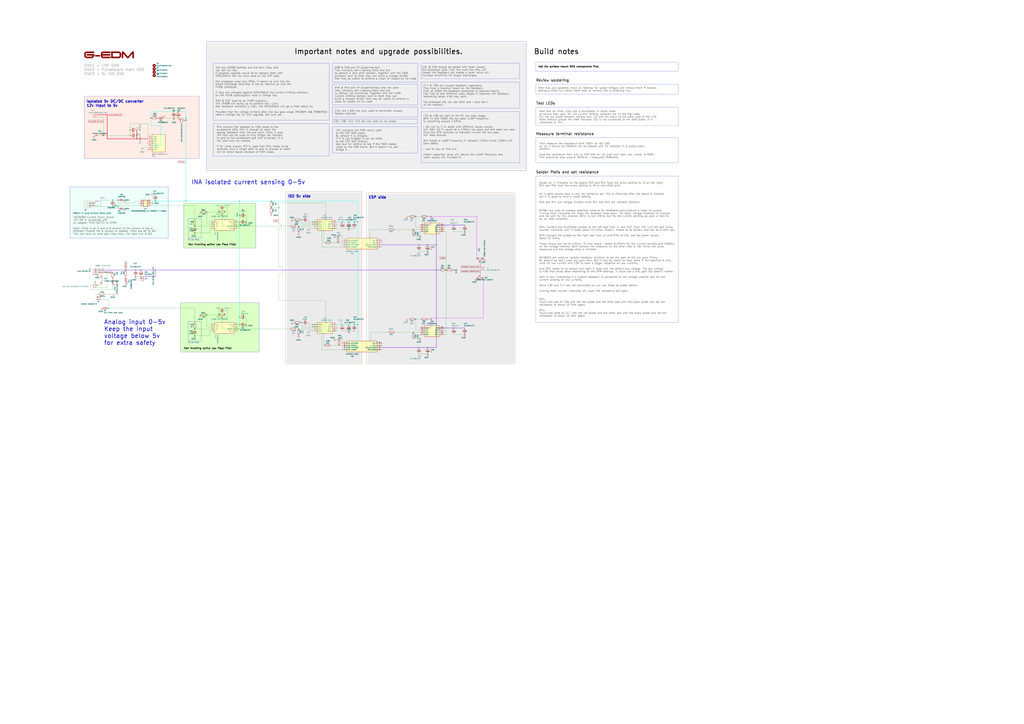
<source format=kicad_sch>
(kicad_sch (version 20230121) (generator eeschema)
  (paper "A0")
  (junction (at 278.13 257.81))
  (junction (at 518.16 313.69))
  (junction (at 201.93 137.16))
  (junction (at 350.52 374.65))
  (junction (at 500.38 251.46))
  (junction (at 500.38 370.84))
  (junction (at 350.52 255.27))
  (junction (at 278.13 377.19))
  (junction (at 482.6 370.84))
  (junction (at 207.01 129.54))
  (junction (at 346.71 262.89))
  (junction (at 480.06 266.7))
  (junction (at 254 246.38))
  (junction (at 405.13 257.81))
  (junction (at 151.13 157.48))
  (junction (at 157.48 321.31))
  (junction (at 539.75 388.62))
  (junction (at 226.06 389.89))
  (junction (at 163.83 321.31))
  (junction (at 487.68 274.32))
  (junction (at 392.43 274.32))
  (junction (at 180.34 233.68))
  (junction (at 346.71 382.27))
  (junction (at 393.7 393.7))
  (junction (at 113.03 331.47))
  (junction (at 397.51 377.19))
  (junction (at 124.46 316.23))
  (junction (at 158.75 157.48))
  (junction (at 201.93 129.54))
  (junction (at 276.86 262.89))
  (junction (at 125.73 358.14))
  (junction (at 415.29 377.19))
  (junction (at 496.57 403.86))
  (junction (at 157.48 313.69))
  (junction (at 487.68 393.7))
  (junction (at 130.81 240.03))
  (junction (at 146.05 313.69))
  (junction (at 130.81 232.41))
  (junction (at 480.06 386.08))
  (junction (at 180.34 313.69))
  (junction (at 285.75 257.81))
  (junction (at 323.85 241.3))
  (junction (at 527.05 261.62))
  (junction (at 486.41 403.86))
  (junction (at 257.81 369.57))
  (junction (at 226.06 382.27))
  (junction (at 113.03 318.77))
  (junction (at 405.13 384.81))
  (junction (at 215.9 137.16))
  (junction (at 496.57 411.48))
  (junction (at 482.6 251.46))
  (junction (at 137.16 232.41))
  (junction (at 254 365.76))
  (junction (at 175.26 137.16))
  (junction (at 411.48 257.81))
  (junction (at 207.01 137.16))
  (junction (at 278.13 250.19))
  (junction (at 278.13 368.3))
  (junction (at 415.29 284.48))
  (junction (at 392.43 281.94))
  (junction (at 115.57 313.69))
  (junction (at 393.7 401.32))
  (junction (at 363.22 260.35))
  (junction (at 506.73 284.48))
  (junction (at 515.62 381))
  (junction (at 276.86 382.27))
  (junction (at 405.13 377.19))
  (junction (at 363.22 257.81))
  (junction (at 120.65 157.48))
  (junction (at 527.05 381))
  (junction (at 257.81 250.19))
  (junction (at 226.06 270.51))
  (junction (at 397.51 257.81))
  (junction (at 314.96 233.68))
  (junction (at 285.75 377.19))
  (junction (at 496.57 292.1))
  (junction (at 215.9 233.68))
  (junction (at 137.16 240.03))
  (junction (at 240.03 365.76))
  (junction (at 314.96 241.3))
  (junction (at 486.41 284.48))
  (junction (at 151.13 151.13))
  (junction (at 506.73 381))
  (junction (at 226.06 262.89))
  (junction (at 496.57 284.48))
  (junction (at 158.75 161.29))
  (junction (at 405.13 265.43))
  (junction (at 539.75 269.24))
  (junction (at 278.13 233.68))
  (junction (at 515.62 261.62))
  (junction (at 415.29 257.81))
  (junction (at 363.22 379.73))
  (junction (at 163.83 313.69))
  (junction (at 119.38 313.69))
  (junction (at 278.13 260.35))
  (junction (at 411.48 377.19))
  (junction (at 363.22 377.19))
  (junction (at 240.03 246.38))
  (junction (at 506.73 313.69))
  (wire (pts (xy 378.46 236.22) (xy 378.46 265.43)))
  (wire (pts (xy 180.34 313.69) (xy 506.73 313.69)) (stroke (width 0.4) (color 135 38 255 1)))
  (wire (pts (xy 506.73 261.62) (xy 515.62 261.62)) (stroke (width 0.4) (color 135 38 255 1)))
  (wire (pts (xy 415.29 257.81) (xy 415.29 284.48)) (stroke (width 0.4) (color 75 255 244 1)))
  (wire (pts (xy 393.7 401.32) (xy 397.51 401.32)))
  (wire (pts (xy 158.75 157.48) (xy 158.75 161.29)) (stroke (width 0.5) (color 255 3 41 1)))
  (wire (pts (xy 132.08 341.63) (xy 121.92 341.63)))
  (wire (pts (xy 339.09 255.27) (xy 341.63 255.27)))
  (wire (pts (xy 146.05 313.69) (xy 157.48 313.69)) (stroke (width 0.4) (color 135 38 255 1)))
  (wire (pts (xy 515.62 383.54) (xy 515.62 386.08)))
  (wire (pts (xy 391.16 257.81) (xy 397.51 257.81)) (stroke (width 0.4) (color 75 255 244 1)))
  (wire (pts (xy 388.62 393.7) (xy 393.7 393.7)))
  (wire (pts (xy 113.03 133.35) (xy 124.46 133.35)) (stroke (width 0.5) (color 255 3 41 1)))
  (wire (pts (xy 323.85 260.35) (xy 326.39 260.35)))
  (wire (pts (xy 500.38 251.46) (xy 496.57 251.46)) (stroke (width 0.3) (color 219 43 255 1)))
  (wire (pts (xy 411.48 257.81) (xy 405.13 257.81)) (stroke (width 0.4) (color 75 255 244 1)))
  (wire (pts (xy 276.86 262.89) (xy 336.55 262.89)))
  (wire (pts (xy 391.16 377.19) (xy 397.51 377.19)) (stroke (width 0.4) (color 75 255 244 1)))
  (wire (pts (xy 480.06 266.7) (xy 487.68 266.7)))
  (wire (pts (xy 405.13 265.43) (xy 411.48 265.43)))
  (wire (pts (xy 415.29 377.19) (xy 415.29 403.86)) (stroke (width 0.4) (color 75 255 244 1)))
  (wire (pts (xy 350.52 379.73) (xy 350.52 374.65)))
  (wire (pts (xy 500.38 261.62) (xy 487.68 261.62)) (stroke (width 0.3) (color 219 43 255 1)))
  (wire (pts (xy 488.95 251.46) (xy 482.6 251.46)))
  (wire (pts (xy 339.09 374.65) (xy 341.63 374.65)))
  (wire (pts (xy 562.61 300.99) (xy 561.34 300.99)))
  (wire (pts (xy 391.16 260.35) (xy 391.16 262.89)))
  (wire (pts (xy 346.71 382.27) (xy 363.22 382.27)))
  (wire (pts (xy 125.73 358.14) (xy 125.73 347.98)))
  (wire (pts (xy 137.16 240.03) (xy 137.16 242.57)))
  (wire (pts (xy 527.05 269.24) (xy 539.75 269.24)))
  (wire (pts (xy 487.68 393.7) (xy 487.68 388.62)))
  (wire (pts (xy 323.85 318.77) (xy 323.85 349.25)))
  (wire (pts (xy 175.26 238.76) (xy 226.06 238.76)))
  (wire (pts (xy 215.9 129.54) (xy 215.9 137.16)) (stroke (width 0.4) (color 75 255 244 1)))
  (wire (pts (xy 137.16 232.41) (xy 137.16 236.22)))
  (wire (pts (xy 375.92 257.81) (xy 375.92 281.94)))
  (wire (pts (xy 124.46 316.23) (xy 113.03 316.23)))
  (wire (pts (xy 486.41 403.86) (xy 496.57 403.86)) (stroke (width 0.4) (color 135 38 255 1)))
  (wire (pts (xy 397.51 284.48) (xy 415.29 284.48)) (stroke (width 0.4) (color 75 255 244 1)))
  (wire (pts (xy 125.73 347.98) (xy 111.76 347.98)))
  (wire (pts (xy 358.14 384.81) (xy 363.22 384.81)))
  (wire (pts (xy 388.62 274.32) (xy 392.43 274.32)))
  (wire (pts (xy 500.38 370.84) (xy 500.38 381)) (stroke (width 0.3) (color 219 43 255 1)))
  (wire (pts (xy 157.48 321.31) (xy 163.83 321.31)))
  (wire (pts (xy 254 360.68) (xy 254 365.76)))
  (wire (pts (xy 344.17 382.27) (xy 346.71 382.27)))
  (wire (pts (xy 113.03 318.77) (xy 118.11 318.77)))
  (wire (pts (xy 207.01 137.16) (xy 209.55 137.16)))
  (wire (pts (xy 561.34 369.57) (xy 561.34 323.85)) (stroke (width 0.3) (color 219 43 255 1)))
  (wire (pts (xy 158.75 151.13) (xy 158.75 157.48)) (stroke (width 0.5) (color 255 3 41 1)))
  (wire (pts (xy 363.22 379.73) (xy 373.38 379.73)))
  (wire (pts (xy 363.22 377.19) (xy 375.92 377.19)))
  (wire (pts (xy 278.13 250.19) (xy 278.13 257.81)) (stroke (width 0.4) (color 75 255 244 1)))
  (wire (pts (xy 257.81 262.89) (xy 276.86 262.89)))
  (wire (pts (xy 480.06 393.7) (xy 487.68 393.7)))
  (wire (pts (xy 264.16 250.19) (xy 264.16 241.3)))
  (wire (pts (xy 226.06 270.51) (xy 243.84 270.51)))
  (wire (pts (xy 105.41 336.55) (xy 130.81 336.55)))
  (wire (pts (xy 323.85 265.43) (xy 323.85 309.88)))
  (wire (pts (xy 515.62 261.62) (xy 527.05 261.62)) (stroke (width 0.4) (color 135 38 255 1)))
  (wire (pts (xy 151.13 151.13) (xy 151.13 157.48)))
  (wire (pts (xy 180.34 321.31) (xy 166.37 321.31)) (stroke (width 0.4) (color 135 38 255 1)))
  (wire (pts (xy 226.06 238.76) (xy 226.06 255.27)))
  (wire (pts (xy 375.92 281.94) (xy 377.19 281.94)))
  (wire (pts (xy 443.23 284.48) (xy 486.41 284.48)) (stroke (width 0.4) (color 135 38 255 1)))
  (wire (pts (xy 130.81 240.03) (xy 137.16 240.03)))
  (wire (pts (xy 264.16 360.68) (xy 261.62 360.68)))
  (wire (pts (xy 397.51 274.32) (xy 397.51 279.4)))
  (wire (pts (xy 506.73 284.48) (xy 506.73 261.62)) (stroke (width 0.4) (color 135 38 255 1)))
  (wire (pts (xy 397.51 257.81) (xy 405.13 257.81)) (stroke (width 0.4) (color 75 255 244 1)))
  (wire (pts (xy 327.66 309.88) (xy 327.66 318.77)))
  (wire (pts (xy 500.38 369.57) (xy 561.34 369.57)) (stroke (width 0.3) (color 219 43 255 1)))
  (wire (pts (xy 496.57 403.86) (xy 506.73 403.86)) (stroke (width 0.4) (color 135 38 255 1)))
  (wire (pts (xy 285.75 250.19) (xy 285.75 257.81)))
  (wire (pts (xy 327.66 318.77) (xy 323.85 318.77)))
  (wire (pts (xy 156.21 236.22) (xy 156.21 233.68)))
  (wire (pts (xy 165.1 171.45) (xy 171.45 171.45)))
  (wire (pts (xy 116.84 232.41) (xy 130.81 232.41)))
  (wire (pts (xy 482.6 383.54) (xy 482.6 370.84)))
  (wire (pts (xy 158.75 161.29) (xy 171.45 161.29)) (stroke (width 0.5) (color 255 3 41 1)))
  (wire (pts (xy 458.47 386.08) (xy 480.06 386.08)))
  (wire (pts (xy 429.26 287.02) (xy 443.23 287.02)))
  (wire (pts (xy 115.57 313.69) (xy 119.38 313.69)) (stroke (width 0.4) (color 135 38 255 1)))
  (wire (pts (xy 243.84 270.51) (xy 243.84 265.43)))
  (wire (pts (xy 392.43 281.94) (xy 397.51 281.94)))
  (wire (pts (xy 111.76 341.63) (xy 111.76 345.44)))
  (wire (pts (xy 276.86 382.27) (xy 336.55 382.27)))
  (wire (pts (xy 496.57 284.48) (xy 506.73 284.48)) (stroke (width 0.4) (color 135 38 255 1)))
  (wire (pts (xy 124.46 133.35) (xy 124.46 161.29)) (stroke (width 0.5) (color 255 3 41 1)))
  (wire (pts (xy 397.51 403.86) (xy 415.29 403.86)) (stroke (width 0.4) (color 75 255 244 1)))
  (wire (pts (xy 257.81 369.57) (xy 264.16 369.57)))
  (wire (pts (xy 415.29 284.48) (xy 415.29 377.19)) (stroke (width 0.4) (color 75 255 244 1)))
  (wire (pts (xy 186.69 146.05) (xy 186.69 168.91)) (stroke (width 0.4) (color 75 255 244 1)))
  (wire (pts (xy 486.41 292.1) (xy 496.57 292.1)))
  (wire (pts (xy 326.39 265.43) (xy 323.85 265.43)))
  (wire (pts (xy 358.14 257.81) (xy 363.22 257.81)))
  (wire (pts (xy 137.16 236.22) (xy 156.21 236.22)))
  (wire (pts (xy 264.16 369.57) (xy 264.16 360.68)))
  (wire (pts (xy 429.26 266.7) (xy 450.85 266.7)))
  (wire (pts (xy 488.95 370.84) (xy 482.6 370.84)))
  (wire (pts (xy 102.87 240.03) (xy 102.87 236.22)))
  (wire (pts (xy 482.6 264.16) (xy 482.6 251.46)))
  (wire (pts (xy 240.03 365.76) (xy 240.03 379.73)))
  (wire (pts (xy 346.71 262.89) (xy 363.22 262.89)))
  (wire (pts (xy 430.53 386.08) (xy 450.85 386.08)))
  (wire (pts (xy 175.26 146.05) (xy 186.69 146.05)) (stroke (width 0.4) (color 75 255 244 1)))
  (wire (pts (xy 130.81 232.41) (xy 137.16 232.41)))
  (wire (pts (xy 190.5 137.16) (xy 201.93 137.16)))
  (wire (pts (xy 323.85 241.3) (xy 323.85 236.22)))
  (wire (pts (xy 430.53 406.4) (xy 443.23 406.4)))
  (wire (pts (xy 518.16 313.69) (xy 518.16 388.62)))
  (wire (pts (xy 358.14 255.27) (xy 358.14 257.81)))
  (wire (pts (xy 226.06 382.27) (xy 243.84 382.27)))
  (wire (pts (xy 201.93 137.16) (xy 207.01 137.16)))
  (wire (pts (xy 180.34 233.68) (xy 215.9 233.68)) (stroke (width 0.4) (color 75 255 244 1)))
  (wire (pts (xy 378.46 384.81) (xy 391.16 384.81)))
  (wire (pts (xy 240.03 260.35) (xy 243.84 260.35)))
  (wire (pts (xy 486.41 411.48) (xy 496.57 411.48)))
  (wire (pts (xy 171.45 168.91) (xy 186.69 168.91)) (stroke (width 0.4) (color 75 255 244 1)))
  (wire (pts (xy 358.14 377.19) (xy 363.22 377.19)))
  (wire (pts (xy 323.85 349.25) (xy 378.46 349.25)))
  (wire (pts (xy 151.13 143.51) (xy 151.13 151.13)))
  (wire (pts (xy 415.29 377.19) (xy 411.48 377.19)) (stroke (width 0.4) (color 75 255 244 1)))
  (wire (pts (xy 375.92 377.19) (xy 375.92 401.32)))
  (wire (pts (xy 344.17 262.89) (xy 346.71 262.89)))
  (wire (pts (xy 323.85 309.88) (xy 327.66 309.88)))
  (wire (pts (xy 358.14 265.43) (xy 363.22 265.43)))
  (wire (pts (xy 472.44 251.46) (xy 474.98 251.46)))
  (wire (pts (xy 552.45 323.85) (xy 553.72 323.85)))
  (wire (pts (xy 515.62 381) (xy 527.05 381)) (stroke (width 0.4) (color 135 38 255 1)))
  (wire (pts (xy 175.26 129.54) (xy 201.93 129.54)) (stroke (width 0.4) (color 75 255 244 1)))
  (wire (pts (xy 240.03 246.38) (xy 254 246.38)))
  (wire (pts (xy 226.06 358.14) (xy 226.06 374.65)))
  (wire (pts (xy 323.85 241.3) (xy 323.85 260.35)))
  (wire (pts (xy 350.52 260.35) (xy 363.22 260.35)))
  (wire (pts (xy 430.53 386.08) (xy 430.53 406.4)))
  (wire (pts (xy 120.65 135.89) (xy 113.03 135.89)))
  (wire (pts (xy 373.38 260.35) (xy 373.38 287.02)))
  (wire (pts (xy 215.9 137.16) (xy 215.9 233.68)) (stroke (width 0.4) (color 75 255 244 1)))
  (wire (pts (xy 102.87 240.03) (xy 130.81 240.03)))
  (wire (pts (xy 226.06 262.89) (xy 243.84 262.89)))
  (wire (pts (xy 163.83 313.69) (xy 180.34 313.69)) (stroke (width 0.4) (color 135 38 255 1)))
  (wire (pts (xy 482.6 264.16) (xy 487.68 264.16)))
  (wire (pts (xy 113.03 331.47) (xy 105.41 331.47)))
  (wire (pts (xy 500.38 251.46) (xy 500.38 261.62)) (stroke (width 0.3) (color 219 43 255 1)))
  (wire (pts (xy 175.26 233.68) (xy 180.34 233.68)) (stroke (width 0.4) (color 75 255 244 1)))
  (wire (pts (xy 518.16 269.24) (xy 515.62 269.24)))
  (wire (pts (xy 383.54 401.32) (xy 393.7 401.32)))
  (wire (pts (xy 553.72 251.46) (xy 553.72 300.99)) (stroke (width 0.3) (color 219 43 255 1)))
  (wire (pts (xy 171.45 143.51) (xy 171.45 158.75)))
  (wire (pts (xy 177.8 226.06) (xy 180.34 226.06)))
  (wire (pts (xy 175.26 129.54) (xy 175.26 137.16)) (stroke (width 0.4) (color 75 255 244 1)))
  (wire (pts (xy 392.43 274.32) (xy 397.51 274.32)))
  (wire (pts (xy 350.52 260.35) (xy 350.52 255.27)))
  (wire (pts (xy 443.23 403.86) (xy 486.41 403.86)) (stroke (width 0.4) (color 135 38 255 1)))
  (wire (pts (xy 171.45 143.51) (xy 151.13 143.51)))
  (wire (pts (xy 500.38 369.57) (xy 500.38 370.84)) (stroke (width 0.3) (color 219 43 255 1)))
  (wire (pts (xy 264.16 241.3) (xy 261.62 241.3)))
  (wire (pts (xy 553.72 251.46) (xy 500.38 251.46)) (stroke (width 0.3) (color 219 43 255 1)))
  (wire (pts (xy 285.75 368.3) (xy 285.75 377.19)))
  (wire (pts (xy 363.22 260.35) (xy 373.38 260.35)))
  (wire (pts (xy 137.16 238.76) (xy 137.16 240.03)))
  (wire (pts (xy 201.93 129.54) (xy 207.01 129.54)) (stroke (width 0.4) (color 75 255 244 1)))
  (wire (pts (xy 397.51 393.7) (xy 397.51 398.78)))
  (wire (pts (xy 349.25 374.65) (xy 350.52 374.65)))
  (wire (pts (xy 254 241.3) (xy 254 246.38)))
  (wire (pts (xy 240.03 365.76) (xy 254 365.76)))
  (wire (pts (xy 116.84 238.76) (xy 116.84 232.41)))
  (wire (pts (xy 527.05 261.62) (xy 539.75 261.62)) (stroke (width 0.4) (color 135 38 255 1)))
  (wire (pts (xy 518.16 313.69) (xy 518.16 269.24)))
  (wire (pts (xy 314.96 241.3) (xy 323.85 241.3)))
  (wire (pts (xy 482.6 383.54) (xy 487.68 383.54)))
  (wire (pts (xy 527.05 388.62) (xy 539.75 388.62)))
  (wire (pts (xy 113.03 334.01) (xy 124.46 334.01)))
  (wire (pts (xy 527.05 381) (xy 539.75 381)) (stroke (width 0.4) (color 135 38 255 1)))
  (wire (pts (xy 137.16 238.76) (xy 162.56 238.76)))
  (wire (pts (xy 557.53 313.69) (xy 557.53 320.04)) (stroke (width 0.3) (color 219 43 255 1)))
  (wire (pts (xy 109.22 157.48) (xy 110.49 157.48)))
  (wire (pts (xy 405.13 384.81) (xy 411.48 384.81)))
  (wire (pts (xy 278.13 260.35) (xy 276.86 260.35)) (stroke (width 0.4) (color 75 255 244 1)))
  (wire (pts (xy 458.47 266.7) (xy 480.06 266.7)))
  (wire (pts (xy 278.13 368.3) (xy 278.13 377.19)) (stroke (width 0.4) (color 75 255 244 1)))
  (wire (pts (xy 472.44 370.84) (xy 474.98 370.84)))
  (wire (pts (xy 212.09 137.16) (xy 215.9 137.16)) (stroke (width 0.4) (color 75 255 244 1)))
  (wire (pts (xy 314.96 233.68) (xy 415.29 233.68)) (stroke (width 0.4) (color 75 255 244 1)))
  (wire (pts (xy 215.9 233.68) (xy 278.13 233.68)) (stroke (width 0.4) (color 75 255 244 1)))
  (wire (pts (xy 397.51 265.43) (xy 405.13 265.43)))
  (wire (pts (xy 506.73 313.69) (xy 506.73 381)) (stroke (width 0.4) (color 135 38 255 1)))
  (wire (pts (xy 378.46 349.25) (xy 378.46 384.81)))
  (wire (pts (xy 257.81 250.19) (xy 264.16 250.19)))
  (wire (pts (xy 506.73 313.69) (xy 510.54 313.69)) (stroke (width 0.4) (color 135 38 255 1)))
  (wire (pts (xy 480.06 274.32) (xy 487.68 274.32)))
  (wire (pts (xy 373.38 287.02) (xy 397.51 287.02)))
  (wire (pts (xy 118.11 331.47) (xy 118.11 330.2)))
  (wire (pts (xy 240.03 246.38) (xy 240.03 260.35)))
  (wire (pts (xy 278.13 257.81) (xy 278.13 260.35)) (stroke (width 0.4) (color 75 255 244 1)))
  (wire (pts (xy 358.14 374.65) (xy 358.14 377.19)))
  (wire (pts (xy 226.06 389.89) (xy 243.84 389.89)))
  (wire (pts (xy 257.81 250.19) (xy 257.81 262.89)))
  (wire (pts (xy 378.46 265.43) (xy 391.16 265.43)))
  (wire (pts (xy 180.34 313.69) (xy 180.34 321.31)) (stroke (width 0.4) (color 135 38 255 1)))
  (wire (pts (xy 124.46 161.29) (xy 158.75 161.29)) (stroke (width 0.5) (color 255 3 41 1)))
  (wire (pts (xy 278.13 379.73) (xy 276.86 379.73)) (stroke (width 0.4) (color 75 255 244 1)))
  (wire (pts (xy 500.38 381) (xy 487.68 381)) (stroke (width 0.3) (color 219 43 255 1)))
  (wire (pts (xy 120.65 135.89) (xy 120.65 157.48)))
  (wire (pts (xy 113.03 313.69) (xy 115.57 313.69)) (stroke (width 0.4) (color 135 38 255 1)))
  (wire (pts (xy 207.01 129.54) (xy 215.9 129.54)) (stroke (width 0.4) (color 75 255 244 1)))
  (wire (pts (xy 397.51 377.19) (xy 405.13 377.19)) (stroke (width 0.4) (color 75 255 244 1)))
  (wire (pts (xy 257.81 382.27) (xy 276.86 382.27)))
  (wire (pts (xy 349.25 255.27) (xy 350.52 255.27)))
  (wire (pts (xy 500.38 370.84) (xy 496.57 370.84)) (stroke (width 0.3) (color 219 43 255 1)))
  (wire (pts (xy 415.29 257.81) (xy 411.48 257.81)) (stroke (width 0.4) (color 75 255 244 1)))
  (wire (pts (xy 240.03 379.73) (xy 243.84 379.73)))
  (wire (pts (xy 429.26 266.7) (xy 429.26 287.02)))
  (wire (pts (xy 102.87 236.22) (xy 110.49 236.22)))
  (wire (pts (xy 486.41 284.48) (xy 496.57 284.48)) (stroke (width 0.4) (color 135 38 255 1)))
  (wire (pts (xy 480.06 386.08) (xy 487.68 386.08)))
  (wire (pts (xy 125.73 358.14) (xy 226.06 358.14)))
  (wire (pts (xy 175.26 137.16) (xy 175.26 146.05)) (stroke (width 0.4) (color 75 255 244 1)))
  (wire (pts (xy 278.13 377.19) (xy 278.13 379.73)) (stroke (width 0.4) (color 75 255 244 1)))
  (wire (pts (xy 557.53 304.8) (xy 557.53 311.15)) (stroke (width 0.3) (color 219 43 255 1)))
  (wire (pts (xy 111.76 341.63) (xy 114.3 341.63)))
  (wire (pts (xy 124.46 316.23) (xy 130.81 316.23)))
  (wire (pts (xy 278.13 260.35) (xy 278.13 368.3)) (stroke (width 0.4) (color 75 255 244 1)))
  (wire (pts (xy 363.22 257.81) (xy 375.92 257.81)))
  (wire (pts (xy 384.81 281.94) (xy 392.43 281.94)))
  (wire (pts (xy 506.73 403.86) (xy 506.73 381)) (stroke (width 0.4) (color 135 38 255 1)))
  (wire (pts (xy 243.84 389.89) (xy 243.84 384.81)))
  (wire (pts (xy 326.39 260.35) (xy 326.39 265.43)))
  (wire (pts (xy 411.48 377.19) (xy 405.13 377.19)) (stroke (width 0.4) (color 75 255 244 1)))
  (wire (pts (xy 515.62 264.16) (xy 515.62 266.7)))
  (wire (pts (xy 373.38 406.4) (xy 397.51 406.4)))
  (wire (pts (xy 373.38 379.73) (xy 373.38 406.4)))
  (wire (pts (xy 391.16 379.73) (xy 391.16 382.27)))
  (wire (pts (xy 487.68 274.32) (xy 487.68 269.24)))
  (wire (pts (xy 506.73 313.69) (xy 506.73 284.48)) (stroke (width 0.4) (color 135 38 255 1)))
  (wire (pts (xy 118.11 318.77) (xy 118.11 320.04)))
  (wire (pts (xy 124.46 334.01) (xy 124.46 316.23)))
  (wire (pts (xy 157.48 313.69) (xy 163.83 313.69)) (stroke (width 0.4) (color 135 38 255 1)))
  (wire (pts (xy 105.41 331.47) (xy 105.41 336.55)))
  (wire (pts (xy 506.73 381) (xy 515.62 381)) (stroke (width 0.4) (color 135 38 255 1)))
  (wire (pts (xy 257.81 369.57) (xy 257.81 382.27)))
  (wire (pts (xy 323.85 236.22) (xy 378.46 236.22)))
  (wire (pts (xy 130.81 331.47) (xy 130.81 336.55)))
  (wire (pts (xy 350.52 379.73) (xy 363.22 379.73)))
  (wire (pts (xy 120.65 157.48) (xy 151.13 157.48)))
  (wire (pts (xy 119.38 313.69) (xy 146.05 313.69)) (stroke (width 0.4) (color 135 38 255 1)))
  (wire (pts (xy 156.21 233.68) (xy 162.56 233.68)))
  (wire (pts (xy 415.29 233.68) (xy 415.29 257.81)) (stroke (width 0.4) (color 75 255 244 1)))
  (wire (pts (xy 110.49 238.76) (xy 116.84 238.76)))
  (wire (pts (xy 113.03 331.47) (xy 118.11 331.47)))
  (wire (pts (xy 397.51 384.81) (xy 405.13 384.81)))
  (wire (pts (xy 278.13 233.68) (xy 314.96 233.68)) (stroke (width 0.4) (color 75 255 244 1)))
  (wire (pts (xy 278.13 233.68) (xy 278.13 250.19)) (stroke (width 0.4) (color 75 255 244 1)))
  (wire (pts (xy 393.7 393.7) (xy 397.51 393.7)))
  (wire (pts (xy 515.62 388.62) (xy 518.16 388.62)))
  (rectangle (start 218.44 254) (end 233.68 276.86))
  (rectangle (start 247.65 73.66) (end 382.27 139.7))
  (rectangle (start 622.3 160.02) (end 787.4 189.23))
  (rectangle (start 213.36 236.22) (end 297.18 288.29) (fill (type color) (color 171 255 122 0.43)))
  (rectangle (start 331.47 222.25) (end 420.37 422.91) (stroke (width 0) (color 255 132 70 1)) (fill (type color) (color 235 235 235 1)))
  (rectangle (start 622.3 72.39) (end 787.4 82.55))
  (rectangle (start 386.08 97.79) (end 485.14 121.92))
  (rectangle (start 247.65 143.51) (end 382.27 181.61))
  (rectangle (start 386.08 147.32) (end 485.14 177.8))
  (rectangle (start 81.28 217.17) (end 195.58 276.86) (fill (type color) (color 219 255 243 0.45)))
  (rectangle (start 622.3 97.79) (end 787.4 109.22))
  (rectangle (start 425.45 223.52) (end 598.17 422.91) (stroke (width 0) (color 255 132 70 1)) (fill (type color) (color 235 235 235 1)))
  (rectangle (start 209.55 351.79) (end 300.99 408.94) (fill (type color) (color 171 255 122 0.431372549)))
  (rectangle (start 622.3 124.46) (end 787.4 146.05))
  (rectangle (start 622.3 204.47) (end 787.4 374.65))
  (rectangle (start 218.44 373.38) (end 233.68 396.24))
  (rectangle (start 488.95 95.25) (end 603.25 125.73))
  (rectangle (start 97.79 111.76) (end 231.14 184.15) (fill (type color) (color 255 97 45 0.12)))
  (rectangle (start 386.08 73.66) (end 485.14 95.25))
  (rectangle (start 488.95 73.66) (end 603.25 91.44))
  (rectangle (start 240.03 48.26) (end 610.87 198.12) (fill (type color) (color 239 239 239 1)))
  (rectangle (start 488.95 129.54) (end 603.25 189.23))
  (rectangle (start 386.08 124.46) (end 485.14 135.89))
  (rectangle (start 386.08 138.43) (end 485.14 143.51))
  (text "Next test all three LEDs with a multimeter in diode mode\nto ensure they work. All LED current limiting resistors are on the high side.\nPut the red probe between resistor and LED and the black to the other side of the LED.\nNote: Without jumper the PWM indicator LED is not connected to the GND plane. It is \nconnected to JP1." (at 626.11 143.51 0) (effects (font (size 2 2)) (justify left bottom)))
  (text "C17 & C30 are unused feedback capacitors. \nThey have a massive inpact on the feedback. \nEven at 100pf the feedback amplitude is reduced heavily.\nFeel free to test different caps. Maybe it improves the feedback. \nSomething below 47pf may work.\n\nOld prototype did not use them and I also don't\nat the moment." (at 491.49 123.19 0) (effects (font (size 2 2)) (justify left bottom)))
  (text "RC Low Pass" (at 218.44 398.78 0) (effects (font (size 1.27 1.27)) (justify left bottom)))
  (text "GND1 = ESP GND\nGND2 = Pulseboard main GND\nGND3 = 5v ISO GND\n" (at 97.79 87.63 0) (effects (font (size 3 3)) (justify left bottom)))
  (text "INA293B3 current shunt sensor\nThe INA is connected with\nan adapter PCB (SOT23 to DIP6)\n\nNote: There is an A and a B version of the sensor. A has a \ndifferent Pinout! The B version is needed. There are B1 to B5. \nThis just tells us what gain they have. The right one is B3." (at 85.09 273.05 0) (effects (font (size 2 2)) (justify left bottom)))
  (text "C22 & C28 are part of the RC low pass stage.\nWith 1k and 100pf the low pass cutoff frequency\nis something around 1.5MHz.\n\nI did not try it in depth with different values except\n1nf. With 1nf it would be a 170khz low pass and this does not work.\nOnce the DPM switches to maintain current the low pass\nwill mess around.\n\nBut maybe a cutoff frequency in between 170khz annd 1.5MHz will\nwork better.\n\nI was to lazy to find out.\n\nHigher capacitor value will reduce the cutoff frequency and \nlower values will increase it." (at 491.49 184.15 0) (effects (font (size 2 2)) (justify left bottom)))
  (text "Solder Potis and set resistance" (at 622.3 201.93 0) (effects (font (size 3 3) (thickness 0.4) bold) (justify left bottom)))
  (text "ESP side" (at 427.99 231.14 0) (effects (font (size 3 3) (thickness 0.6) bold) (justify left bottom)))
  (text "Isolated 5v DC/DC converter\n12v Input to 5v" (at 100.33 124.46 0) (effects (font (size 3 3) (thickness 0.6) bold) (justify left bottom)))
  (text "Meassure terminal resistance" (at 622.3 157.48 0) (effects (font (size 3 3) (thickness 0.4) bold) (justify left bottom)))
  (text "Test LEDs" (at 622.3 121.92 0) (effects (font (size 3 3) (thickness 0.4) bold) (justify left bottom)))
  (text "The two LM358 OpAmps are old tech. Slow and\nnot rail-to-rail.\nA possible upgrade would be to replace them with\nOPA2350UA like the once used on the ESP side.\n\nOld prototype used only OPAs. It seems to work but the \nsingle discharge detection is not as reactive as with the \ninitial prototype.\n\nIf they are changed against OPA2350UA the current limiting resistors \non the HCNR optocouplers need a change too.\n\nR35 & R32 need to be E499 resistors.\nThe LM358 will swing up to positive rail -1.4v.\nMax feedback therefore is 3.6v. The OPA2350UA will go a little above 5v.\n\nPossible that the voltage dividers after the low pass stage (R10&R4 && R28&R30)\nneed a change too for this upgrade. Not sure yet." (at 250.19 134.62 0) (effects (font (size 2 2)) (justify left bottom)))
  (text "R40 & R43 are EP (experimental) and not used\nThey normally don't belong there and are \nby default not connected. Together with the E499 \ncurrent limiting resistor next to them they can \nbuild a voltage divider that may be useful to enforce a \nclean 0v output on no-load" (at 388.62 119.38 0) (effects (font (size 2 2)) (justify left bottom)))
  (text "Build notes" (at 619.76 63.5 0) (effects (font (size 6 6) (thickness 0.8) bold) (justify left bottom)))
  (text "R38 & R39 are EP (experimental)\nThey normally don't belong there and are \nby default a zero Ohm resistor. Together with the 100k \npulldown next to them they can build a voltage divider\nthat may be useful to enforce a clean 0v output on no-load" (at 388.62 92.71 0) (effects (font (size 2 2)) (justify left bottom)))
  (text "C21 & C35 should be tested with lower values.\nOld prototype used 47pf. Not sure how they will \nimpact the feedback but maybe a lower value will\nincrease sensitivity for single discharges." (at 490.22 88.9 0) (effects (font (size 2 2)) (justify left bottom)))
  (text "RC Low Pass" (at 218.44 279.4 0) (effects (font (size 1.27 1.27)) (justify left bottom)))
  (text "JP1 connects the PWM return path \nto the ESP GND plane\nBy default it is bridged.\nIf it is not bridged it can be wired\nto the ESP GND directly.\nWas jsut for testing to see if the PWM makes\nnoise on the GND plane. But it doesn't so just \nbridge it.\n" (at 389.89 175.26 0) (effects (font (size 2 2)) (justify left bottom)))
  (text "2.5V and 1.65V are only used to terminate unused \nOpAmp channels" (at 388.62 133.35 0) (effects (font (size 2 2)) (justify left bottom)))
  (text "Review soldering" (at 622.3 95.25 0) (effects (font (size 3 3) (thickness 0.4) bold) (justify left bottom)))
  (text "Then measure the resistance from ISO5+ to ISO GND\non J3. It should be 20kOhm. On my boards with 1% resistors it is pretty exact\n20kOhm.\n\nGrab the resistance from 3.3v to ESP GND on J3. (Left and right vias, center is PWM)\nThis should be also around 20kOhm. I measured 19.8kOhm." (at 626.11 184.15 0) (effects (font (size 2 2)) (justify left bottom)))
  (text "ISO 5v side" (at 334.01 229.87 0) (effects (font (size 3 3) (thickness 0.6) bold) (justify left bottom)))
  (text "Important notes and upgrade possibilities." (at 341.63 63.5 0) (effects (font (size 6 6) (thickness 0.8) bold) (justify left bottom)))
  (text "After they are soldered check all OpAmps for solder bridges and remove them if needed.\nAdding a little flux makes them easy to remove with a soldering iron." (at 624.84 106.68 0) (effects (font (size 2 2)) (justify left bottom)))
  (text "Analog input 0-5v \nKeep the input\nvoltage below 5v\nfor extra safety" (at 120.65 401.32 0) (effects (font (size 5 5) (thickness 0.6) bold) (justify left bottom)))
  (text "R44 connect the isolated 5v GND plane to the \npulseboard GND. This is enough to make the \nanalag feedback from the bus work. There is also\nJP3 that can be used to fully bridge the isolated \n5v gnd to the pulseboard gnd with a jumper. It is \nnot used and not needed. \n\nIf for some reason JP3 is used then R44 needs to be \nremoved. Only a single path to gnd is allowed or there\nwill be noise issues because of GND loops." (at 251.46 177.8 0) (effects (font (size 2 2)) (justify left bottom)))
  (text "Solder all 4 Trimpotis on the board. RV3 and RV4 have the screw poiting to J3 on the right.\nRV1 and RV2 have the screw poiting to J9 or the LOGO print.\n\n\nAll 4 potis should have a very low resitance set. This is finetuned after the board is finished\nbut it is good to have a rough setting.\n\nRV3 and RV4 are voltage dividers while RV1 and RV2 are variable resistors.\n\n\nRV3&4 are used to supress potential noise at 0v feedbacks and produce a clean 0V output.\nTurning them clockwise will make the feedback drop down. The basic voltage feedback is inverted\nand the poti for this channel (RV4) is not critical but for the current sensing we want a hard 0v\nas no-load condition.\n\n\nRV4: Connect the multimeter probes to the left pad from J1 and Pin1 from IC9. Turn the poti screw\ncounter clockwise until it reads about 10 Ohms. Doesn't mneed to be perfect and can be 0 Ohm too.\n\nRV3: Connect the probes to the right pad from J1 and PIN1 of IC6. Use the same values. \nAbout 10 Ohms.\n\nThose values are not to critical. On one board I tested 0.1Ohms for the current sensing and 100Ohm \non the voltage channel. Both worked. The reistance on the other side is 10k minus the value \nmeasured and the voltage drop is minimal.\n\n\nRV1&RV2 are used as variable feedback resistors to set the gain of the low pass filters.\nBy default we don't want any gain here. But it may be useful to have some if the machine is only \nused for low current wire EDM to have a bigger response on low currents.\n\nAlso RV2 needs to be almost zero gain if used with the default bus voltage. The bus voltage \nis 4.8v that drops down depending on the DPM settings. It could use a tiny gain but doesn't matter.\n\nGain is only interesting if a custom feedback is connected to the voltage channel and for the \ncurrent sensing on low currents.\n\nSince C30 and C17 are not connected we can use those as probe points. \n\nTurning them counter clockwise will lower the resistance and gain. \n\n\nRV2:\nTouch one pad of C30 with the red probe and the other pad with the black probe and set the \nresistance to about 10 Ohm again.\n\nRV1:\nTouch one padd of C17 with the red probe and the other pad with the black probe and set the \nresistance to about 10 Ohm again.\n" (at 626.11 368.3 0) (effects (font (size 2 2)) (justify left bottom)))
  (text "Add the surface mount SMD components first.\n\n\n" (at 624.84 85.09 0) (effects (font (size 2 2) (thickness 0.4) bold) (justify left bottom)))
  (text "INA isolated current sensing 0-5v " (at 222.25 214.63 0) (effects (font (size 5 5) (thickness 0.6) bold) (justify left bottom)))
  (text "C33, C38, C42, C43 are not used on my board" (at 387.35 142.24 0) (effects (font (size 2 2)) (justify left bottom)))
  (label "Non inverting active Low Pass Filter" (at 213.36 406.4 0) (effects (font (size 2 2) (thickness 0.4) bold)))
  (label "Non inverting active Low Pass Filter" (at 218.44 285.75 0) (effects (font (size 2 2) (thickness 0.4) bold)))
  (global_label "Isolated-csense-out" (shape input) (at 557.53 309.88 180) (property "Intersheetrefs" "${INTERSHEET_REFS}" (effects hide)))
  (global_label "+12v-from-pb" (shape input) (at 124.46 133.35 0) (property "Intersheetrefs" "${INTERSHEET_REFS}" (effects hide)))
  (global_label "pwm-from-esp" (shape input) (at 113.03 316.23 0) (property "Intersheetrefs" "${INTERSHEET_REFS}" (effects hide)))
  (global_label "ESP3.3v" (shape input) (at 146.05 313.69 90) (property "Intersheetrefs" "${INTERSHEET_REFS}" (effects hide)))
  (global_label "Isolated-vsense-out" (shape input) (at 557.53 314.96 180) (property "Intersheetrefs" "${INTERSHEET_REFS}" (effects hide)))
  (global_label "ISO+5v" (shape input) (at 215.9 187.96 180) (property "Intersheetrefs" "${INTERSHEET_REFS}" (effects hide)))
  (global_label "1,65V" (shape input) (at 518.16 299.72 180) (property "Intersheetrefs" "${INTERSHEET_REFS}" (effects hide)))
  (global_label "2.5V" (shape input) (at 323.85 256.54 180) (property "Intersheetrefs" "${INTERSHEET_REFS}" (effects hide)))
  (global_label "to-gnd2-on-pb" (shape input) (at 120.65 140.97 180) (property "Intersheetrefs" "${INTERSHEET_REFS}" (effects hide)))
  (netclass_flag "" (length 2.54) (shape round) (at 110.49 236.22 0) (property "Netclass" "hvm" (at 111.1885 233.68 0) (effects (font italic) (justify left))))
  (netclass_flag "" (length 2.54) (shape round) (at 116.84 232.41 0) (property "Netclass" "hvm" (at 117.5385 229.87 0) (effects (font italic) (justify left))))
  (symbol (lib_id "power:PWR_FLAG") (at 119.38 313.69 0) (mirror y) (unit 1)
    (property "Reference" "#FLG0104" (effects hide))
    (property "Value" "PWR_FLAG" (at 123.19 308.61 0))
  )
  (symbol (lib_id "power:GND3") (at 388.62 274.32 0) (unit 1)
    (property "Reference" "#PWR025" (effects hide))
    (property "Value" "GND3" (at 387.35 273.05 0))
  )
  (symbol (lib_id "power:GND3") (at 405.13 384.81 0) (unit 1)
    (property "Reference" "#PWR046" (effects hide))
    (property "Value" "GND3" (at 405.13 382.27 0))
  )
  (symbol (lib_id "LM358sym:LM358") (at 363.22 377.19 0) (unit 1)
    (property "Reference" "IC7" (at 377.19 369.57 0))
    (property "Value" "     LM358F-GE2 " (at 377.19 372.11 0))
    (property "Footprint" "Package_SO:SOP-8_3.9x4.9mm_P1.27mm" (effects hide))
    (property "Datasheet" "https://datasheet.lcsc.com/szlcsc/1902201702_IDCHIP-LM358_C329455.pdf" (effects hide))
    (property "Height" "1.5" (effects hide))
    (property "Manufacturer_Name" "IDCHIP" (effects hide))
    (property "Manufacturer_Part_Number" "LM358" (effects hide))
  )
  (symbol (lib_id "power:GND1") (at 562.61 300.99 0) (mirror y) (unit 1)
    (property "Reference" "#PWR053" (effects hide))
    (property "Value" "GND1" (at 561.34 304.8 0))
  )
  (symbol (lib_id "Device:R") (at 393.7 397.51 180) (unit 1)
    (property "Reference" "R40" (at 396.24 389.89 0) (effects (justify left)))
    (property "Value" "10k?" (at 397.51 392.43 0) (effects (justify left)))
    (property "Footprint" "Resistor_SMD:R_0805_2012Metric_Pad1.20x1.40mm_HandSolder" (effects hide))
  )
  (symbol (lib_id "Connector:Conn_01x02_Pin") (at 107.95 133.35 0) (unit 1)
    (property "Reference" "J11" (at 105.41 128.27 0) (effects (justify left)))
    (property "Value" "Conn_02x02_Odd_Even" (at 102.87 130.81 0) (effects (justify left)))
    (property "Footprint" "Connector_JST:JST_XH_S2B-XH-A_1x02_P2.50mm_Horizontal" (effects hide))
  )
  (symbol (lib_id "power:GND3") (at 109.22 157.48 0) (unit 1)
    (property "Reference" "#PWR05" (effects hide))
    (property "Value" "GND3" (at 109.22 162.56 0))
  )
  (symbol (lib_id "Device:R") (at 492.76 251.46 90) (mirror x) (unit 1)
    (property "Reference" "R11" (at 494.03 256.54 90) (effects (justify left)))
    (property "Value" "20k" (at 494.03 254 90) (effects (justify left)))
    (property "Footprint" "Resistor_SMD:R_0805_2012Metric_Pad1.20x1.40mm_HandSolder" (effects hide))
  )
  (symbol (lib_id "power:+3.3V") (at 115.57 313.69 0) (mirror y) (unit 1)
    (property "Reference" "#PWR0106" (effects hide))
    (property "Value" "+3.3V" (at 113.03 308.61 0))
  )
  (symbol (lib_id "power:GND3") (at 175.26 236.22 90) (unit 1)
    (property "Reference" "#PWR020" (effects hide))
    (property "Value" "GND3" (at 181.61 236.22 90))
  )
  (symbol (lib_id "Device:C_Polarized") (at 207.01 133.35 0) (unit 1)
    (property "Reference" "C25" (at 205.74 128.27 0) (effects (justify left)))
    (property "Value" "50v220uf" (at 205.74 125.73 0) (effects (justify left)))
    (property "Footprint" "Capacitor_THT:CP_Radial_D10.0mm_P5.00mm" (effects hide))
  )
  (symbol (lib_id "power:GND1") (at 472.44 370.84 0) (mirror y) (unit 1)
    (property "Reference" "#PWR049" (effects hide))
    (property "Value" "GND1" (at 471.17 374.65 0))
  )
  (symbol (lib_id "Device:R") (at 340.36 262.89 270) (unit 1)
    (property "Reference" "R10" (at 339.09 265.43 90) (effects (justify left)))
    (property "Value" "10k" (at 339.09 267.97 90) (effects (justify left)))
    (property "Footprint" "Resistor_SMD:R_0805_2012Metric_Pad1.20x1.40mm_HandSolder" (effects hide))
  )
  (symbol (lib_id "Device:R") (at 226.06 378.46 0) (unit 1)
    (property "Reference" "R25" (at 220.98 377.19 0) (effects (justify left)))
    (property "Value" "1K" (at 220.98 379.73 0) (effects (justify left)))
    (property "Footprint" "Resistor_SMD:R_0805_2012Metric_Pad1.20x1.40mm_HandSolder" (effects hide))
  )
  (symbol (lib_id "power:GND3") (at 118.11 358.14 0) (unit 1)
    (property "Reference" "#PWR022" (effects hide))
    (property "Value" "GND3" (at 116.84 361.95 0))
  )
  (symbol (lib_id "power:GND3") (at 132.08 341.63 0) (unit 1)
    (property "Reference" "#PWR048" (effects hide))
    (property "Value" "GND3" (at 130.81 345.44 0))
  )
  (symbol (lib_id "power:GND3") (at 339.09 374.65 0) (unit 1)
    (property "Reference" "#PWR042" (effects hide))
    (property "Value" "GND3" (at 339.09 372.11 0))
  )
  (symbol (lib_id "Device:C") (at 257.81 241.3 270) (unit 1)
    (property "Reference" "C17" (at 251.46 238.76 90) (effects (justify left)))
    (property "Value" "47pf X" (at 260.35 238.76 90) (effects (justify left)))
    (property "Footprint" "Capacitor_SMD:C_0805_2012Metric_Pad1.18x1.45mm_HandSolder" (effects hide))
  )
  (symbol (lib_id "Mechanical:MountingHole") (at 179.07 83.82 0) (unit 1)
    (property "Reference" "H7" (at 181.61 82.5499 0) (effects (justify left)))
    (property "Value" "MountingHole" (at 181.61 85.0899 0) (effects (justify left)))
    (property "Footprint" "MountingHole:MountingHole_3.2mm_M3_Pad_Via" (effects hide))
  )
  (symbol (lib_id "Jumper:Jumper_2_Bridged") (at 118.11 325.12 270) (unit 1)
    (property "Reference" "JP1" (at 120.65 323.85 90) (effects (justify left)))
    (property "Value" "Jumper_2_Bridged" (at 120.65 326.39 90) (effects (justify left)))
    (property "Footprint" "Connector_PinHeader_2.54mm:PinHeader_1x02_P2.54mm_Vertical" (effects hide))
  )
  (symbol (lib_id "power:GND1") (at 496.57 292.1 0) (mirror y) (unit 1)
    (property "Reference" "#PWR029" (effects hide))
    (property "Value" "GND1" (at 495.3 295.91 0))
  )
  (symbol (lib_id "Mechanical:MountingHole") (at 179.07 87.63 0) (unit 1)
    (property "Reference" "H8" (at 181.61 86.3599 0) (effects (justify left)))
    (property "Value" "MountingHole" (at 181.61 88.8999 0) (effects (justify left)))
    (property "Footprint" "MountingHole:MountingHole_3.2mm_M3_Pad_Via" (effects hide))
  )
  (symbol (lib_id "Device:C_Polarized") (at 154.94 151.13 270) (unit 1)
    (property "Reference" "C12" (at 160.02 147.32 0) (effects (justify left)))
    (property "Value" "50v220uf" (at 162.56 143.51 0) (effects (justify left)))
    (property "Footprint" "Capacitor_THT:CP_Radial_D10.0mm_P5.00mm" (effects hide))
  )
  (symbol (lib_id "Device:C") (at 281.94 257.81 90) (unit 1)
    (property "Reference" "C23" (at 281.94 245.11 90))
    (property "Value" "0.1uf50vX7R" (at 284.48 261.62 90))
    (property "Footprint" "Capacitor_SMD:C_0805_2012Metric_Pad1.18x1.45mm_HandSolder" (effects hide))
  )
  (symbol (lib_id "OPA350UA_2K5G4b:OPA350UA_2K5G4") (at 243.84 257.81 0) (unit 1)
    (property "Reference" "IC2" (at 250.19 273.05 90) (effects (justify left)))
    (property "Value" "OPA350UA" (at 252.73 279.4 90) (effects (justify left)))
    (property "Footprint" "SOIC127P600X175-8N" (effects hide))
    (property "Datasheet" "https://www.ti.com/lit/ds/symlink/opa350.pdf?ts=1619070717614&ref_url=https%253A%252F%252Fwww.ti.com%252Fproduct%252FOPA350" (effects hide))
    (property "Height" "1.75" (effects hide))
    (property "Manufacturer_Name" "Texas Instruments" (effects hide))
    (property "Manufacturer_Part_Number" "OPA350UA/2K5G4" (effects hide))
    (property "Mouser Part Number" "595-OPA350UA/2K5G4" (effects hide))
    (property "Mouser Price/Stock" "https://www.mouser.co.uk/ProductDetail/Texas-Instruments/OPA350UA-2K5G4?qs=7nS3%252BbEUL6uBPVfUrFLoew%3D%3D" (effects hide))
    (property "Arrow Part Number" "OPA350UA/2K5G4" (effects hide))
    (property "Arrow Price/Stock" "https://www.arrow.com/en/products/opa350ua2k5g4/texas-instruments" (effects hide))
  )
  (symbol (lib_id "RS3K-2405SZ_H3:RS3K-2405SZ_H3") (at 171.45 158.75 0) (unit 1)
    (property "Reference" "PS1" (at 176.53 181.61 0) (effects (justify left)))
    (property "Value" "     RS3K-2405SZ/H3 " (at 171.45 179.07 0) (effects (justify left)))
    (property "Footprint" "RS3K2405SZH3" (effects hide))
    (property "Datasheet" "https://recom-power.com/pdf/Econoline/RS3K-Z.pdf" (effects hide))
    (property "Height" "11.6" (effects hide))
    (property "Manufacturer_Name" "RECOM Power" (effects hide))
    (property "Manufacturer_Part_Number" "RS3K-2405SZ/H3" (effects hide))
    (property "Mouser Part Number" "919-RS3K-2405SZ/H3" (effects hide))
    (property "Mouser Price/Stock" "https://www.mouser.co.uk/ProductDetail/RECOM-Power/RS3K-2405SZ-H3?qs=Jm2GQyTW%2Fbg%2FtiqKmHxXeA%3D%3D" (effects hide))
  )
  (symbol (lib_id "logo-gedm:LOGO") (at 127 63.5 0) (unit 1)
    (property "Reference" "#G1" (effects hide))
    (property "Value" "LOGO" (effects hide))
    (property "Footprint" "graphics:gedm-logo" (effects hide))
  )
  (symbol (lib_id "power:GND3") (at 165.1 171.45 0) (unit 1)
    (property "Reference" "#PWR013" (effects hide))
    (property "Value" "GND3" (at 165.1 176.53 0))
  )
  (symbol (lib_id "Device:C") (at 226.06 266.7 0) (unit 1)
    (property "Reference" "C22" (at 219.71 265.43 0) (effects (justify left)))
    (property "Value" "100pf" (at 219.71 267.97 0) (effects (justify left)))
    (property "Footprint" "Capacitor_SMD:C_0805_2012Metric_Pad1.18x1.45mm_HandSolder" (effects hide))
  )
  (symbol (lib_id "Device:C") (at 405.13 261.62 180) (unit 1)
    (property "Reference" "C31" (at 403.86 252.73 0) (effects (justify right)))
    (property "Value" "0.1uf50vX7R" (at 401.32 255.27 0) (effects (justify right)))
    (property "Footprint" "Capacitor_SMD:C_0805_2012Metric_Pad1.18x1.45mm_HandSolder" (effects hide))
  )
  (symbol (lib_id "Device:C") (at 257.81 360.68 270) (unit 1)
    (property "Reference" "C30" (at 251.46 358.14 90) (effects (justify left)))
    (property "Value" "47pf X" (at 260.35 358.14 90) (effects (justify left)))
    (property "Footprint" "Capacitor_SMD:C_0805_2012Metric_Pad1.18x1.45mm_HandSolder" (effects hide))
  )
  (symbol (lib_id "Device:C") (at 180.34 229.87 0) (unit 1)
    (property "Reference" "C27" (at 177.8 222.25 0) (effects (justify left)))
    (property "Value" "0.1uf50vX7R" (at 177.8 224.79 0) (effects (justify left)))
    (property "Footprint" "Capacitor_SMD:C_0805_2012Metric_Pad1.18x1.45mm_HandSolder" (effects hide))
  )
  (symbol (lib_id "Device:R") (at 480.06 389.89 180) (unit 1)
    (property "Reference" "R36" (at 482.6 388.62 90) (effects (justify left)))
    (property "Value" "100k" (at 485.14 388.62 90) (effects (justify left)))
    (property "Footprint" "Resistor_SMD:R_0805_2012Metric_Pad1.20x1.40mm_HandSolder" (effects hide))
  )
  (symbol (lib_id "Device:R") (at 146.05 317.5 180) (unit 1)
    (property "Reference" "R41" (at 140.97 314.96 90) (effects (justify left)))
    (property "Value" "220" (at 143.51 314.96 90) (effects (justify left)))
    (property "Footprint" "Resistor_SMD:R_0805_2012Metric_Pad1.20x1.40mm_HandSolder" (effects hide))
  )
  (symbol (lib_id "2024-07-21_03-06-01:796643-2") (at 110.49 236.22 0) (mirror y) (unit 1)
    (property "Reference" "J5" (at 99.06 243.84 0) (effects (font (size 1.524 1.524))))
    (property "Value" "796643-2-plug-terminal (5mm grid)" (at 106.68 247.65 0) (effects (font (size 1.524 1.524))))
    (property "Footprint" "CONN2_796643-2_TEC" (effects hide))
    (property "Datasheet" "796643-2" (effects hide))
  )
  (symbol (lib_id "Device:C") (at 354.33 374.65 90) (unit 1)
    (property "Reference" "C35" (at 356.87 368.3 90) (effects (justify left)))
    (property "Value" "100pf" (at 356.87 370.84 90) (effects (justify left)))
    (property "Footprint" "Capacitor_SMD:C_0805_2012Metric_Pad1.18x1.45mm_HandSolder" (effects hide))
  )
  (symbol (lib_id "power:GND1") (at 539.75 269.24 0) (mirror y) (unit 1)
    (property "Reference" "#PWR027" (effects hide))
    (property "Value" "GND1" (at 538.48 273.05 0))
  )
  (symbol (lib_id "Device:R") (at 340.36 382.27 270) (unit 1)
    (property "Reference" "R28" (at 339.09 384.81 90) (effects (justify left)))
    (property "Value" "10k" (at 339.09 387.35 90) (effects (justify left)))
    (property "Footprint" "Resistor_SMD:R_0805_2012Metric_Pad1.20x1.40mm_HandSolder" (effects hide))
  )
  (symbol (lib_id "Device:R") (at 236.22 246.38 270) (unit 1)
    (property "Reference" "R21" (at 234.95 248.92 90) (effects (justify left)))
    (property "Value" "Rg1k" (at 233.68 243.84 90) (effects (justify left)))
    (property "Footprint" "Resistor_SMD:R_0805_2012Metric_Pad1.20x1.40mm_HandSolder" (effects hide))
  )
  (symbol (lib_id "Device:R") (at 118.11 341.63 270) (unit 1)
    (property "Reference" "R44" (at 116.84 339.09 90) (effects (justify left)))
    (property "Value" "1kOhm" (at 115.57 344.17 90) (effects (justify left)))
    (property "Footprint" "Resistor_THT:R_Axial_DIN0414_L11.9mm_D4.5mm_P5.08mm_Vertical" (effects hide))
  )
  (symbol (lib_id "Device:C") (at 201.93 133.35 0) (unit 1)
    (property "Reference" "C20" (at 199.39 128.27 0) (effects (justify left)))
    (property "Value" "0.1uf50vX7R" (at 190.5 125.73 0) (effects (justify left)))
    (property "Footprint" "Capacitor_SMD:C_0805_2012Metric_Pad1.18x1.45mm_HandSolder" (effects hide))
  )
  (symbol (lib_id "Device:C_Polarized") (at 281.94 368.3 90) (unit 1)
    (property "Reference" "C44" (at 284.48 361.95 90) (effects (justify left)))
    (property "Value" "63v47uf" (at 288.29 364.49 90) (effects (justify left)))
    (property "Footprint" "Capacitor_THT:CP_Radial_D5.0mm_P2.50mm" (effects hide))
  )
  (symbol (lib_id "Device:R") (at 346.71 266.7 0) (unit 1)
    (property "Reference" "R4" (at 349.25 267.97 90) (effects (justify left)))
    (property "Value" "4k7" (at 351.79 267.97 90) (effects (justify left)))
    (property "Footprint" "Resistor_SMD:R_0805_2012Metric_Pad1.20x1.40mm_HandSolder" (effects hide))
  )
  (symbol (lib_id "power:GND3") (at 201.93 137.16 0) (unit 1)
    (property "Reference" "#PWR015" (effects hide))
    (property "Value" "GND3" (at 201.93 142.24 0))
  )
  (symbol (lib_id "Device:LED") (at 186.69 137.16 180) (unit 1)
    (property "Reference" "D5" (at 186.69 139.7 0))
    (property "Value" "SM0805UGC" (at 189.23 142.24 0))
    (property "Footprint" "LED_SMD:LED_0805_2012Metric_Pad1.15x1.40mm_HandSolder" (effects hide))
  )
  (symbol (lib_id "Device:R") (at 130.81 320.04 180) (unit 1)
    (property "Reference" "R3" (at 133.35 318.77 90))
    (property "Value" "220" (at 135.89 317.5 90))
    (property "Footprint" "Resistor_SMD:R_0805_2012Metric_Pad1.20x1.40mm_HandSolder" (effects hide))
  )
  (symbol (lib_id "Device:R") (at 179.07 137.16 270) (unit 1)
    (property "Reference" "R26" (at 177.8 134.62 90) (effects (justify left)))
    (property "Value" "560" (at 177.8 132.08 90) (effects (justify left)))
    (property "Footprint" "Resistor_SMD:R_0805_2012Metric_Pad1.20x1.40mm_HandSolder" (effects hide))
  )
  (symbol (lib_id "power:GND3") (at 144.78 242.57 0) (unit 1)
    (property "Reference" "#PWR019" (effects hide))
    (property "Value" "GND3" (at 147.32 242.57 0))
  )
  (symbol (lib_id "Device:R") (at 478.79 370.84 90) (mirror x) (unit 1)
    (property "Reference" "R34" (at 480.06 375.92 90) (effects (justify left)))
    (property "Value" "20k" (at 480.06 373.38 90) (effects (justify left)))
    (property "Footprint" "Resistor_SMD:R_0805_2012Metric_Pad1.20x1.40mm_HandSolder" (effects hide))
  )
  (symbol (lib_id "power:GND3") (at 226.06 270.51 0) (unit 1)
    (property "Reference" "#PWR035" (effects hide))
    (property "Value" "GND3" (at 224.79 274.32 0))
  )
  (symbol (lib_name "R_Potentiometer_Trim_3") (lib_id "Device:R_Potentiometer_Trim") (at 557.53 323.85 270) (mirror x) (unit 1)
    (property "Reference" "RV4" (at 566.42 322.58 90) (effects (justify right)))
    (property "Value" "3296W Poti 10kOhm" (at 572.77 325.12 90) (effects (justify right)))
    (property "Footprint" "Potentiometer_THT:Potentiometer_Bourns_3296W_Vertical" (effects hide))
  )
  (symbol (lib_id "Device:C") (at 486.41 288.29 0) (unit 1)
    (property "Reference" "C32" (at 483.87 294.64 0) (effects (justify left)))
    (property "Value" "0.1uf50vX7R" (at 476.25 297.18 0) (effects (justify left)))
    (property "Footprint" "Capacitor_SMD:C_0805_2012Metric_Pad1.18x1.45mm_HandSolder" (effects hide))
  )
  (symbol (lib_id "Device:R") (at 480.06 270.51 180) (unit 1)
    (property "Reference" "R18" (at 482.6 269.24 90) (effects (justify left)))
    (property "Value" "100k" (at 485.14 269.24 90) (effects (justify left)))
    (property "Footprint" "Resistor_SMD:R_0805_2012Metric_Pad1.20x1.40mm_HandSolder" (effects hide))
  )
  (symbol (lib_id "power:GND1") (at 113.03 318.77 0) (mirror y) (unit 1)
    (property "Reference" "#PWR023" (effects hide))
    (property "Value" "GND1" (at 113.03 322.58 0))
  )
  (symbol (lib_id "power:GND1") (at 539.75 388.62 0) (mirror y) (unit 1)
    (property "Reference" "#PWR052" (effects hide))
    (property "Value" "GND1" (at 538.48 392.43 0))
  )
  (symbol (lib_id "Device:C_Polarized") (at 281.94 250.19 90) (unit 1)
    (property "Reference" "C43" (at 275.59 251.46 0) (effects (justify left)))
    (property "Value" "X" (at 281.94 243.84 0) (effects (justify left)))
    (property "Footprint" "Capacitor_THT:CP_Radial_D5.0mm_P2.50mm" (effects hide))
  )
  (symbol (lib_id "Device:R") (at 392.43 278.13 180) (unit 1)
    (property "Reference" "R43" (at 394.97 270.51 0) (effects (justify left)))
    (property "Value" "10k?" (at 396.24 273.05 0) (effects (justify left)))
    (property "Footprint" "Resistor_SMD:R_0805_2012Metric_Pad1.20x1.40mm_HandSolder" (effects hide))
  )
  (symbol (lib_name "R_Potentiometer_Trim_1") (lib_id "Device:R_Potentiometer_Trim") (at 257.81 365.76 90) (mirror x) (unit 1)
    (property "Reference" "RV2" (at 251.46 368.3 90) (effects (justify right)))
    (property "Value" "3296W Poti 10kOhm" (at 245.11 370.84 90) (effects (justify right)))
    (property "Footprint" "Potentiometer_THT:Potentiometer_Bourns_3296W_Vertical" (effects hide))
  )
  (symbol (lib_id "Connector:Conn_01x02_Pin") (at 562.61 311.15 0) (mirror y) (unit 1)
    (property "Reference" "J1" (at 566.42 311.15 0))
    (property "Value" "Conn_01x02_Pin" (at 572.77 313.69 0))
    (property "Footprint" "Connector_JST:JST_XH_S2B-XH-A_1x02_P2.50mm_Horizontal" (effects hide))
  )
  (symbol (lib_id "Device:LED") (at 130.81 327.66 90) (unit 1)
    (property "Reference" "D10" (at 133.35 335.28 0))
    (property "Value" "APT2012LVBC/D " (at 135.89 334.01 0))
    (property "Footprint" "LED_SMD:LED_0805_2012Metric_Pad1.15x1.40mm_HandSolder" (effects hide))
  )
  (symbol (lib_id "Device:R") (at 381 281.94 270) (unit 1)
    (property "Reference" "R35" (at 379.73 279.4 90) (effects (justify left)))
    (property "Value" "E200" (at 379.73 276.86 90) (effects (justify left)))
    (property "Footprint" "Resistor_SMD:R_0805_2012Metric_Pad1.20x1.40mm_HandSolder" (effects hide))
  )
  (symbol (lib_id "power:GND3") (at 177.8 226.06 270) (unit 1)
    (property "Reference" "#PWR06" (effects hide))
    (property "Value" "GND3" (at 173.99 226.06 90) (effects (justify right)))
  )
  (symbol (lib_id "Device:R") (at 345.44 255.27 90) (unit 1)
    (property "Reference" "R16" (at 346.71 257.81 90) (effects (justify left)))
    (property "Value" "100k" (at 346.71 260.35 90) (effects (justify left)))
    (property "Footprint" "Resistor_SMD:R_0805_2012Metric_Pad1.20x1.40mm_HandSolder" (effects hide))
  )
  (symbol (lib_id "Device:R") (at 226.06 259.08 0) (unit 1)
    (property "Reference" "R20" (at 220.98 257.81 0) (effects (justify left)))
    (property "Value" "1K" (at 220.98 260.35 0) (effects (justify left)))
    (property "Footprint" "Resistor_SMD:R_0805_2012Metric_Pad1.20x1.40mm_HandSolder" (effects hide))
  )
  (symbol (lib_id "Device:R") (at 346.71 386.08 0) (unit 1)
    (property "Reference" "R30" (at 349.25 387.35 90) (effects (justify left)))
    (property "Value" "4k7" (at 351.79 387.35 90) (effects (justify left)))
    (property "Footprint" "Resistor_SMD:R_0805_2012Metric_Pad1.20x1.40mm_HandSolder" (effects hide))
  )
  (symbol (lib_id "Device:C_Polarized") (at 496.57 407.67 0) (unit 1)
    (property "Reference" "C38" (at 500.38 406.4 0) (effects (justify left)))
    (property "Value" "X" (at 500.38 408.94 0) (effects (justify left)))
    (property "Footprint" "Capacitor_THT:CP_Radial_D5.0mm_P2.50mm" (effects hide))
  )
  (symbol (lib_id "Device:D_Zener") (at 140.97 232.41 0) (unit 1)
    (property "Reference" "D8" (at 140.97 226.06 0))
    (property "Value" "1N5379B" (at 140.97 228.6 0))
    (property "Footprint" "Diode_THT:D_DO-201_P5.08mm_Vertical_AnodeUp" (effects hide))
  )
  (symbol (lib_id "Device:C") (at 154.94 157.48 270) (unit 1)
    (property "Reference" "C2" (at 160.02 154.94 0) (effects (justify left)))
    (property "Value" "0.1uf50vX7R" (at 162.56 154.94 0) (effects (justify left)))
    (property "Footprint" "Capacitor_SMD:C_0805_2012Metric_Pad1.18x1.45mm_HandSolder" (effects hide))
  )
  (symbol (lib_id "power:GND1") (at 157.48 321.31 0) (mirror y) (unit 1)
    (property "Reference" "#PWR014" (effects hide))
    (property "Value" "GND1" (at 156.21 325.12 0))
  )
  (symbol (lib_id "power:GND3") (at 388.62 393.7 0) (unit 1)
    (property "Reference" "#PWR045" (effects hide))
    (property "Value" "GND3" (at 386.08 392.43 0))
  )
  (symbol (lib_id "power:GND3") (at 346.71 389.89 0) (unit 1)
    (property "Reference" "#PWR043" (effects hide))
    (property "Value" "GND3" (at 346.71 394.97 0))
  )
  (symbol (lib_id "Device:D_Zener") (at 121.92 358.14 180) (unit 1)
    (property "Reference" "D2" (at 120.65 360.68 0) (effects (justify right)))
    (property "Value" "5.1v Zener (Not used)" (at 120.65 363.22 0) (effects (justify right)))
    (property "Footprint" "Diode_THT:D_DO-41_SOD81_P3.81mm_Vertical_AnodeUp" (effects hide))
  )
  (symbol (lib_id "Device:C") (at 411.48 381 180) (unit 1)
    (property "Reference" "C45" (at 410.21 368.3 0) (effects (justify right)))
    (property "Value" "0.1uf50vX7R" (at 410.21 370.84 0) (effects (justify right)))
    (property "Footprint" "Capacitor_SMD:C_0805_2012Metric_Pad1.18x1.45mm_HandSolder" (effects hide))
  )
  (symbol (lib_id "Device:C_Polarized") (at 397.51 261.62 0) (unit 1)
    (property "Reference" "C41" (at 393.7 252.73 0) (effects (justify left)))
    (property "Value" "63v47uf" (at 392.43 255.27 0) (effects (justify left)))
    (property "Footprint" "Capacitor_THT:CP_Radial_D5.0mm_P2.50mm" (effects hide))
  )
  (symbol (lib_id "LM358sym:LM358") (at 363.22 257.81 0) (unit 1)
    (property "Reference" "IC4" (at 377.19 250.19 0))
    (property "Value" "     LM358F-GE2 " (at 377.19 252.73 0))
    (property "Footprint" "Package_SO:SOP-8_3.9x4.9mm_P1.27mm" (effects hide))
    (property "Datasheet" "https://datasheet.lcsc.com/szlcsc/1902201702_IDCHIP-LM358_C329455.pdf" (effects hide))
    (property "Height" "1.5" (effects hide))
    (property "Manufacturer_Name" "IDCHIP" (effects hide))
    (property "Manufacturer_Part_Number" "LM358" (effects hide))
  )
  (symbol (lib_id "Connector:Conn_01x02_Pin") (at 166.37 326.39 270) (mirror x) (unit 1)
    (property "Reference" "J14" (at 167.64 323.85 90) (effects (justify left)))
    (property "Value" "Conn_02x02_Odd_Even" (at 177.8 331.47 0) (effects (justify left)))
    (property "Footprint" "Connector_JST:JST_XH_B2B-XH-A_1x02_P2.50mm_Vertical" (effects hide))
  )
  (symbol (lib_id "Device:C") (at 130.81 236.22 0) (unit 1)
    (property "Reference" "C24" (at 132.08 238.76 0) (effects (justify left)))
    (property "Value" "100p500v" (at 124.46 241.3 0) (effects (justify left)))
    (property "Footprint" "Capacitor_THT:C_Disc_D5.1mm_W3.2mm_P5.00mm" (effects hide))
  )
  (symbol (lib_id "power:GND3") (at 358.14 265.43 0) (unit 1)
    (property "Reference" "#PWR033" (effects hide))
    (property "Value" "GND3" (at 358.14 270.51 0))
  )
  (symbol (lib_id "Device:R") (at 379.73 401.32 270) (unit 1)
    (property "Reference" "R32" (at 378.46 398.78 90) (effects (justify left)))
    (property "Value" "E200" (at 378.46 396.24 90) (effects (justify left)))
    (property "Footprint" "Resistor_SMD:R_0805_2012Metric_Pad1.20x1.40mm_HandSolder" (effects hide))
  )
  (symbol (lib_id "power:GND1") (at 552.45 323.85 0) (mirror y) (unit 1)
    (property "Reference" "#PWR054" (effects hide))
    (property "Value" "GND1" (at 551.18 327.66 0))
  )
  (symbol (lib_id "LM358sym:LM358") (at 487.68 261.62 0) (unit 1)
    (property "Reference" "IC6" (at 501.65 254 0))
    (property "Value" "OPA2350UA" (at 501.65 256.54 0))
    (property "Footprint" "Package_SO:SOP-8_3.9x4.9mm_P1.27mm" (effects hide))
    (property "Datasheet" "https://datasheet.lcsc.com/szlcsc/1902201702_IDCHIP-LM358_C329455.pdf" (effects hide))
    (property "Height" "1.5" (effects hide))
    (property "Manufacturer_Name" "IDCHIP" (effects hide))
    (property "Manufacturer_Part_Number" "LM358" (effects hide))
  )
  (symbol (lib_id "Device:C") (at 539.75 265.43 0) (unit 1)
    (property "Reference" "C18" (at 538.48 255.27 0) (effects (justify left)))
    (property "Value" "0.1uf50vX7R" (at 538.48 257.81 0) (effects (justify left)))
    (property "Footprint" "Capacitor_SMD:C_0805_2012Metric_Pad1.18x1.45mm_HandSolder" (effects hide))
  )
  (symbol (lib_id "power:GND3") (at 144.78 232.41 0) (unit 1)
    (property "Reference" "#PWR018" (effects hide))
    (property "Value" "GND3" (at 147.32 232.41 0))
  )
  (symbol (lib_id "Device:C_Polarized") (at 527.05 265.43 0) (unit 1)
    (property "Reference" "C16" (at 523.24 255.27 0) (effects (justify left)))
    (property "Value" "63v47uf" (at 523.24 259.08 0) (effects (justify left)))
    (property "Footprint" "Capacitor_THT:CP_Radial_D5.0mm_P2.50mm" (effects hide))
  )
  (symbol (lib_id "Connector:Conn_01x02_Pin") (at 212.09 142.24 270) (mirror x) (unit 1)
    (property "Reference" "J13" (at 213.36 139.7 90) (effects (justify left)))
    (property "Value" "Conn_02x02_Odd_Even" (at 210.82 165.1 0) (effects (justify left)))
    (property "Footprint" "Connector_JST:JST_XH_B2B-XH-A_1x02_P2.50mm_Vertical" (effects hide))
  )
  (symbol (lib_id "power:GND3") (at 358.14 384.81 0) (unit 1)
    (property "Reference" "#PWR044" (effects hide))
    (property "Value" "GND3" (at 358.14 389.89 0))
  )
  (symbol (lib_id "Device:D_Zener") (at 140.97 242.57 0) (unit 1)
    (property "Reference" "D9" (at 138.43 245.11 0))
    (property "Value" "1N5379B" (at 140.97 247.65 0))
    (property "Footprint" "Diode_THT:D_DO-201_P5.08mm_Vertical_AnodeUp" (effects hide))
  )
  (symbol (lib_id "Connector:Conn_01x02_Pin") (at 107.95 331.47 0) (unit 1)
    (property "Reference" "J10" (at 110.49 330.2 90) (effects (justify left)))
    (property "Value" "pwm-to-pulseboard-connector" (at 72.39 332.74 0) (effects (justify left)))
    (property "Footprint" "Connector_JST:JST_XH_S2B-XH-A_1x02_P2.50mm_Horizontal" (effects hide))
  )
  (symbol (lib_id "power:GND3") (at 339.09 255.27 0) (unit 1)
    (property "Reference" "#PWR032" (effects hide))
    (property "Value" "GND3" (at 339.09 252.73 0))
  )
  (symbol (lib_id "power:GND3") (at 285.75 257.81 0) (unit 1)
    (property "Reference" "#PWR039" (effects hide))
    (property "Value" "GND3" (at 290.83 259.08 0))
  )
  (symbol (lib_id "Jumper:Jumper_2_Open") (at 115.57 157.48 0) (unit 1)
    (property "Reference" "JP3" (at 115.57 152.4 0))
    (property "Value" "Jumper_2_Bridged" (at 115.57 154.94 0))
    (property "Footprint" "Connector_PinHeader_2.54mm:PinHeader_1x02_P2.54mm_Vertical" (effects hide))
  )
  (symbol (lib_id "power:GND1") (at 487.68 274.32 0) (mirror y) (unit 1)
    (property "Reference" "#PWR021" (effects hide))
    (property "Value" "GND1" (at 486.41 278.13 0))
  )
  (symbol (lib_name "R_Potentiometer_Trim_1") (lib_id "Device:R_Potentiometer_Trim") (at 257.81 246.38 90) (mirror x) (unit 1)
    (property "Reference" "RV1" (at 251.46 248.92 90) (effects (justify right)))
    (property "Value" "3296W Poti 10kOhm" (at 245.11 251.46 90) (effects (justify right)))
    (property "Footprint" "Potentiometer_THT:Potentiometer_Bourns_3296W_Vertical" (effects hide))
  )
  (symbol (lib_id "Device:R") (at 345.44 374.65 90) (unit 1)
    (property "Reference" "R29" (at 346.71 377.19 90) (effects (justify left)))
    (property "Value" "100k" (at 346.71 379.73 90) (effects (justify left)))
    (property "Footprint" "Resistor_SMD:R_0805_2012Metric_Pad1.20x1.40mm_HandSolder" (effects hide))
  )
  (symbol (lib_id "power:GND3") (at 232.41 246.38 0) (unit 1)
    (property "Reference" "#PWR038" (effects hide))
    (property "Value" "GND3" (at 232.41 251.46 0))
  )
  (symbol (lib_id "power:GND3") (at 285.75 377.19 0) (unit 1)
    (property "Reference" "#PWR041" (effects hide))
    (property "Value" "GND3" (at 290.83 378.46 0))
  )
  (symbol (lib_id "Device:R") (at 454.66 386.08 90) (unit 1)
    (property "Reference" "R38" (at 455.93 388.62 90) (effects (justify left)))
    (property "Value" "0Ohm" (at 457.2 382.27 90) (effects (justify left)))
    (property "Footprint" "Resistor_SMD:R_0805_2012Metric_Pad1.20x1.40mm_HandSolder" (effects hide))
  )
  (symbol (lib_id "LM358sym:LM358") (at 487.68 381 0) (unit 1)
    (property "Reference" "IC9" (at 501.65 373.38 0))
    (property "Value" "OPA2350UA" (at 501.65 375.92 0))
    (property "Footprint" "Package_SO:SOP-8_3.9x4.9mm_P1.27mm" (effects hide))
    (property "Datasheet" "https://datasheet.lcsc.com/szlcsc/1902201702_IDCHIP-LM358_C329455.pdf" (effects hide))
    (property "Height" "1.5" (effects hide))
    (property "Manufacturer_Name" "IDCHIP" (effects hide))
    (property "Manufacturer_Part_Number" "LM358" (effects hide))
  )
  (symbol (lib_id "power:GND1") (at 146.05 328.93 0) (mirror y) (unit 1)
    (property "Reference" "#PWR030" (effects hide))
    (property "Value" "GND1" (at 144.78 332.74 0))
  )
  (symbol (lib_name "R_Potentiometer_Trim_2") (lib_id "Device:R_Potentiometer_Trim") (at 557.53 300.99 90) (mirror x) (unit 1)
    (property "Reference" "RV3" (at 556.26 292.1 0) (effects (justify right)))
    (property "Value" "3296W Poti 10kOhm" (at 562.61 298.45 0) (effects (justify right)))
    (property "Footprint" "Potentiometer_THT:Potentiometer_Bourns_3296W_Vertical" (effects hide))
  )
  (symbol (lib_id "Device:C") (at 157.48 317.5 0) (unit 1)
    (property "Reference" "C13" (at 154.94 306.07 0) (effects (justify left)))
    (property "Value" "0.1uf50vX7R" (at 151.13 309.88 0) (effects (justify left)))
    (property "Footprint" "Capacitor_SMD:C_0805_2012Metric_Pad1.18x1.45mm_HandSolder" (effects hide))
  )
  (symbol (lib_id "Device:C_Polarized") (at 496.57 288.29 0) (unit 1)
    (property "Reference" "C33" (at 500.38 287.02 0) (effects (justify left)))
    (property "Value" "X" (at 500.38 289.56 0) (effects (justify left)))
    (property "Footprint" "Capacitor_THT:CP_Radial_D5.0mm_P2.50mm" (effects hide))
  )
  (symbol (lib_id "OPA350UA_2K5G4b:OPA350UA_2K5G4") (at 243.84 377.19 0) (unit 1)
    (property "Reference" "IC1" (at 250.19 392.43 90) (effects (justify left)))
    (property "Value" "OPA350UA" (at 252.73 398.78 90) (effects (justify left)))
    (property "Footprint" "SOIC127P600X175-8N" (effects hide))
    (property "Datasheet" "https://www.ti.com/lit/ds/symlink/opa350.pdf?ts=1619070717614&ref_url=https%253A%252F%252Fwww.ti.com%252Fproduct%252FOPA350" (effects hide))
    (property "Height" "1.75" (effects hide))
    (property "Manufacturer_Name" "Texas Instruments" (effects hide))
    (property "Manufacturer_Part_Number" "OPA350UA/2K5G4" (effects hide))
    (property "Mouser Part Number" "595-OPA350UA/2K5G4" (effects hide))
    (property "Mouser Price/Stock" "https://www.mouser.co.uk/ProductDetail/Texas-Instruments/OPA350UA-2K5G4?qs=7nS3%252BbEUL6uBPVfUrFLoew%3D%3D" (effects hide))
    (property "Arrow Part Number" "OPA350UA/2K5G4" (effects hide))
    (property "Arrow Price/Stock" "https://www.arrow.com/en/products/opa350ua2k5g4/texas-instruments" (effects hide))
  )
  (symbol (lib_id "Device:R") (at 521.97 313.69 90) (unit 1)
    (property "Reference" "R24" (at 523.24 311.15 90) (effects (justify left)))
    (property "Value" "10k" (at 523.24 308.61 90) (effects (justify left)))
    (property "Footprint" "Resistor_SMD:R_0805_2012Metric_Pad1.20x1.40mm_HandSolder" (effects hide))
  )
  (symbol (lib_id "Device:C_Polarized") (at 163.83 317.5 0) (unit 1)
    (property "Reference" "C26" (at 167.64 316.23 0) (effects (justify left)))
    (property "Value" "35v220uf" (at 167.64 318.77 0) (effects (justify left)))
    (property "Footprint" "Capacitor_THT:CP_Radial_D8.0mm_P5.00mm" (effects hide))
  )
  (symbol (lib_id "HCNR201-500E:HCNR201-500E") (at 397.51 279.4 0) (unit 1)
    (property "Reference" "IC3" (at 408.94 294.64 0))
    (property "Value" "HCNR201-500E" (at 408.94 292.1 0))
    (property "Footprint" "SOP254P1230X400-8N" (effects hide))
    (property "Datasheet" "https://componentsearchengine.com/Datasheets/2/HCNR201-500E.pdf" (effects hide))
    (property "Height" "4" (effects hide))
    (property "Manufacturer_Name" "Avago Technologies" (effects hide))
    (property "Manufacturer_Part_Number" "HCNR201-500E" (effects hide))
    (property "Mouser Part Number" "630-HCNR201-500E" (effects hide))
    (property "Mouser Price/Stock" "https://www.mouser.co.uk/ProductDetail/Broadcom-Avago/HCNR201-500E?qs=xnajaXqBF98KQiK5CjlDZw%3D%3D" (effects hide))
  )
  (symbol (lib_id "Device:R") (at 314.96 237.49 0) (unit 1)
    (property "Reference" "R19" (at 317.5 238.76 90) (effects (justify left)))
    (property "Value" "10k" (at 320.04 238.76 90) (effects (justify left)))
    (property "Footprint" "Resistor_SMD:R_0805_2012Metric_Pad1.20x1.40mm_HandSolder" (effects hide))
  )
  (symbol (lib_id "power:GND1") (at 472.44 251.46 0) (mirror y) (unit 1)
    (property "Reference" "#PWR017" (effects hide))
    (property "Value" "GND1" (at 471.17 255.27 0))
  )
  (symbol (lib_id "Device:C") (at 411.48 261.62 180) (unit 1)
    (property "Reference" "C46" (at 410.21 250.19 0) (effects (justify right)))
    (property "Value" "0.1uf50vX7R" (at 410.21 252.73 0) (effects (justify right)))
    (property "Footprint" "Capacitor_SMD:C_0805_2012Metric_Pad1.18x1.45mm_HandSolder" (effects hide))
  )
  (symbol (lib_id "power:GND3") (at 232.41 365.76 0) (unit 1)
    (property "Reference" "#PWR040" (effects hide))
    (property "Value" "GND3" (at 232.41 370.84 0))
  )
  (symbol (lib_id "Device:LED") (at 146.05 325.12 90) (unit 1)
    (property "Reference" "D11" (at 149.86 326.39 0))
    (property "Value" "SM0805UGC" (at 152.4 330.2 0))
    (property "Footprint" "LED_SMD:LED_0805_2012Metric_Pad1.15x1.40mm_HandSolder" (effects hide))
  )
  (symbol (lib_id "Connector_Generic:Conn_02x03_Counter_Clockwise") (at 167.64 236.22 0) (unit 1)
    (property "Reference" "J12" (at 168.91 242.57 0))
    (property "Value" "INA293B3QDBVRQ1 on PCB3007-1 Adapter" (at 172.72 245.11 0))
    (property "Footprint" "Package_DIP:DIP-6_W7.62mm_LongPads" (effects hide))
  )
  (symbol (lib_id "power:GND1") (at 525.78 313.69 90) (mirror x) (unit 1)
    (property "Reference" "#PWR055" (effects hide))
    (property "Value" "GND1" (at 529.59 314.96 0))
  )
  (symbol (lib_id "HCNR201-500E:HCNR201-500E") (at 397.51 398.78 0) (unit 1)
    (property "Reference" "IC8" (at 408.94 414.02 0))
    (property "Value" "HCNR201-500E" (at 408.94 411.48 0))
    (property "Footprint" "SOP254P1230X400-8N" (effects hide))
    (property "Datasheet" "https://componentsearchengine.com/Datasheets/2/HCNR201-500E.pdf" (effects hide))
    (property "Height" "4" (effects hide))
    (property "Manufacturer_Name" "Avago Technologies" (effects hide))
    (property "Manufacturer_Part_Number" "HCNR201-500E" (effects hide))
    (property "Mouser Part Number" "630-HCNR201-500E" (effects hide))
    (property "Mouser Price/Stock" "https://www.mouser.co.uk/ProductDetail/Broadcom-Avago/HCNR201-500E?qs=xnajaXqBF98KQiK5CjlDZw%3D%3D" (effects hide))
  )
  (symbol (lib_id "Device:C") (at 226.06 386.08 0) (unit 1)
    (property "Reference" "C28" (at 219.71 384.81 0) (effects (justify left)))
    (property "Value" "100pf" (at 219.71 387.35 0) (effects (justify left)))
    (property "Footprint" "Capacitor_SMD:C_0805_2012Metric_Pad1.18x1.45mm_HandSolder" (effects hide))
  )
  (symbol (lib_id "power:GND3") (at 405.13 265.43 0) (unit 1)
    (property "Reference" "#PWR026" (effects hide))
    (property "Value" "GND3" (at 405.13 262.89 0))
  )
  (symbol (lib_id "Device:C") (at 539.75 384.81 0) (unit 1)
    (property "Reference" "C40" (at 538.48 375.92 0) (effects (justify left)))
    (property "Value" "0.1uf50vX7R" (at 538.48 378.46 0) (effects (justify left)))
    (property "Footprint" "Capacitor_SMD:C_0805_2012Metric_Pad1.18x1.45mm_HandSolder" (effects hide))
  )
  (symbol (lib_id "Device:R") (at 236.22 365.76 270) (unit 1)
    (property "Reference" "R27" (at 234.95 368.3 90) (effects (justify left)))
    (property "Value" "Rg1k" (at 233.68 363.22 90) (effects (justify left)))
    (property "Footprint" "Resistor_SMD:R_0805_2012Metric_Pad1.20x1.40mm_HandSolder" (effects hide))
  )
  (symbol (lib_id "Device:C") (at 405.13 381 180) (unit 1)
    (property "Reference" "C36" (at 401.32 372.11 0) (effects (justify right)))
    (property "Value" "0.1uf50vX7R" (at 400.05 374.65 0) (effects (justify right)))
    (property "Footprint" "Capacitor_SMD:C_0805_2012Metric_Pad1.18x1.45mm_HandSolder" (effects hide))
  )
  (symbol (lib_id "Connector:Conn_01x03_Pin") (at 107.95 316.23 0) (mirror x) (unit 1)
    (property "Reference" "J3" (at 104.14 312.42 0))
    (property "Value" "Conn_01x03_Pin" (at 97.79 314.96 0))
    (property "Footprint" "Connector_JST:JST_XH_S3B-XH-A_1x03_P2.50mm_Horizontal" (effects hide))
  )
  (symbol (lib_id "power:GND3") (at 314.96 248.92 0) (unit 1)
    (property "Reference" "#PWR028" (effects hide))
    (property "Value" "GND3" (at 320.04 250.19 0))
  )
  (symbol (lib_id "Device:R") (at 492.76 370.84 90) (mirror x) (unit 1)
    (property "Reference" "R37" (at 494.03 375.92 90) (effects (justify left)))
    (property "Value" "20k" (at 494.03 373.38 90) (effects (justify left)))
    (property "Footprint" "Resistor_SMD:R_0805_2012Metric_Pad1.20x1.40mm_HandSolder" (effects hide))
  )
  (symbol (lib_id "Device:R") (at 314.96 245.11 0) (unit 1)
    (property "Reference" "R22" (at 317.5 246.38 90) (effects (justify left)))
    (property "Value" "10k" (at 320.04 246.38 90) (effects (justify left)))
    (property "Footprint" "Resistor_SMD:R_0805_2012Metric_Pad1.20x1.40mm_HandSolder" (effects hide))
  )
  (symbol (lib_id "Device:C_Polarized") (at 397.51 381 0) (unit 1)
    (property "Reference" "C42" (at 393.7 372.11 0) (effects (justify left)))
    (property "Value" "X" (at 394.97 374.65 0) (effects (justify left)))
    (property "Footprint" "Capacitor_THT:CP_Radial_D5.0mm_P2.50mm" (effects hide))
  )
  (symbol (lib_id "power:GND1") (at 487.68 393.7 0) (mirror y) (unit 1)
    (property "Reference" "#PWR050" (effects hide))
    (property "Value" "GND1" (at 486.41 397.51 0))
  )
  (symbol (lib_id "Device:R") (at 478.79 251.46 90) (mirror x) (unit 1)
    (property "Reference" "R17" (at 480.06 256.54 90) (effects (justify left)))
    (property "Value" "20k" (at 480.06 254 90) (effects (justify left)))
    (property "Footprint" "Resistor_SMD:R_0805_2012Metric_Pad1.20x1.40mm_HandSolder" (effects hide))
  )
  (symbol (lib_id "Mechanical:MountingHole") (at 179.07 76.2 0) (unit 1)
    (property "Reference" "H5" (at 181.61 73.6599 0) (effects (justify left)))
    (property "Value" "MountingHole_Pad" (at 181.61 76.1999 0) (effects (justify left)))
    (property "Footprint" "MountingHole:MountingHole_3.2mm_M3_Pad_Via" (effects hide))
  )
  (symbol (lib_id "Device:R") (at 514.35 313.69 90) (unit 1)
    (property "Reference" "R23" (at 515.62 311.15 90) (effects (justify left)))
    (property "Value" "10k" (at 515.62 308.61 90) (effects (justify left)))
    (property "Footprint" "Resistor_SMD:R_0805_2012Metric_Pad1.20x1.40mm_HandSolder" (effects hide))
  )
  (symbol (lib_id "Device:R") (at 454.66 266.7 90) (unit 1)
    (property "Reference" "R39" (at 455.93 269.24 90) (effects (justify left)))
    (property "Value" "0Ohm" (at 457.2 262.89 90) (effects (justify left)))
    (property "Footprint" "Resistor_SMD:R_0805_2012Metric_Pad1.20x1.40mm_HandSolder" (effects hide))
  )
  (symbol (lib_id "Device:C") (at 281.94 377.19 90) (unit 1)
    (property "Reference" "C34" (at 281.94 381 90))
    (property "Value" "0.1uf50vX7R" (at 284.48 383.54 90))
    (property "Footprint" "Capacitor_SMD:C_0805_2012Metric_Pad1.18x1.45mm_HandSolder" (effects hide))
  )
  (symbol (lib_id "Device:C_Polarized") (at 527.05 384.81 0) (unit 1)
    (property "Reference" "C39" (at 524.51 375.92 0) (effects (justify left)))
    (property "Value" "63v47uf" (at 524.51 378.46 0) (effects (justify left)))
    (property "Footprint" "Capacitor_THT:CP_Radial_D5.0mm_P2.50mm" (effects hide))
  )
  (symbol (lib_id "Mechanical:MountingHole") (at 179.07 80.01 0) (unit 1)
    (property "Reference" "H6" (at 181.61 78.7399 0) (effects (justify left)))
    (property "Value" "MountingHole" (at 181.61 81.2799 0) (effects (justify left)))
    (property "Footprint" "MountingHole:MountingHole_3.2mm_M3_Pad_Via" (effects hide))
  )
  (symbol (lib_id "Device:C") (at 486.41 407.67 0) (unit 1)
    (property "Reference" "C37" (at 485.14 414.02 0) (effects (justify left)))
    (property "Value" "0.1uf50vX7R" (at 476.25 416.56 0) (effects (justify left)))
    (property "Footprint" "Capacitor_SMD:C_0805_2012Metric_Pad1.18x1.45mm_HandSolder" (effects hide))
  )
  (symbol (lib_id "power:GND3") (at 346.71 270.51 0) (unit 1)
    (property "Reference" "#PWR09" (effects hide))
    (property "Value" "GND3" (at 346.71 275.59 0))
  )
  (symbol (lib_id "Device:C") (at 354.33 255.27 90) (unit 1)
    (property "Reference" "C21" (at 356.87 248.92 90) (effects (justify left)))
    (property "Value" "100pf" (at 356.87 251.46 90) (effects (justify left)))
    (property "Footprint" "Capacitor_SMD:C_0805_2012Metric_Pad1.18x1.45mm_HandSolder" (effects hide))
  )
  (symbol (lib_id "power:GND1") (at 496.57 411.48 0) (mirror y) (unit 1)
    (property "Reference" "#PWR051" (effects hide))
    (property "Value" "GND1" (at 495.3 415.29 0))
  )
  (symbol (lib_id "Connector:Conn_01x02_Pin") (at 116.84 347.98 180) (unit 1)
    (property "Reference" "J9" (at 114.3 349.25 90) (effects (justify left)))
    (property "Value" "analog-signal0-5v" (at 113.03 353.06 0) (effects (justify left)))
    (property "Footprint" "Connector_JST:JST_XH_S2B-XH-A_1x02_P2.50mm_Horizontal" (effects hide))
  )
  (symbol (lib_id "power:GND3") (at 226.06 389.89 0) (unit 1)
    (property "Reference" "#PWR034" (effects hide))
    (property "Value" "GND3" (at 224.79 393.7 0))
  )
)
</source>
